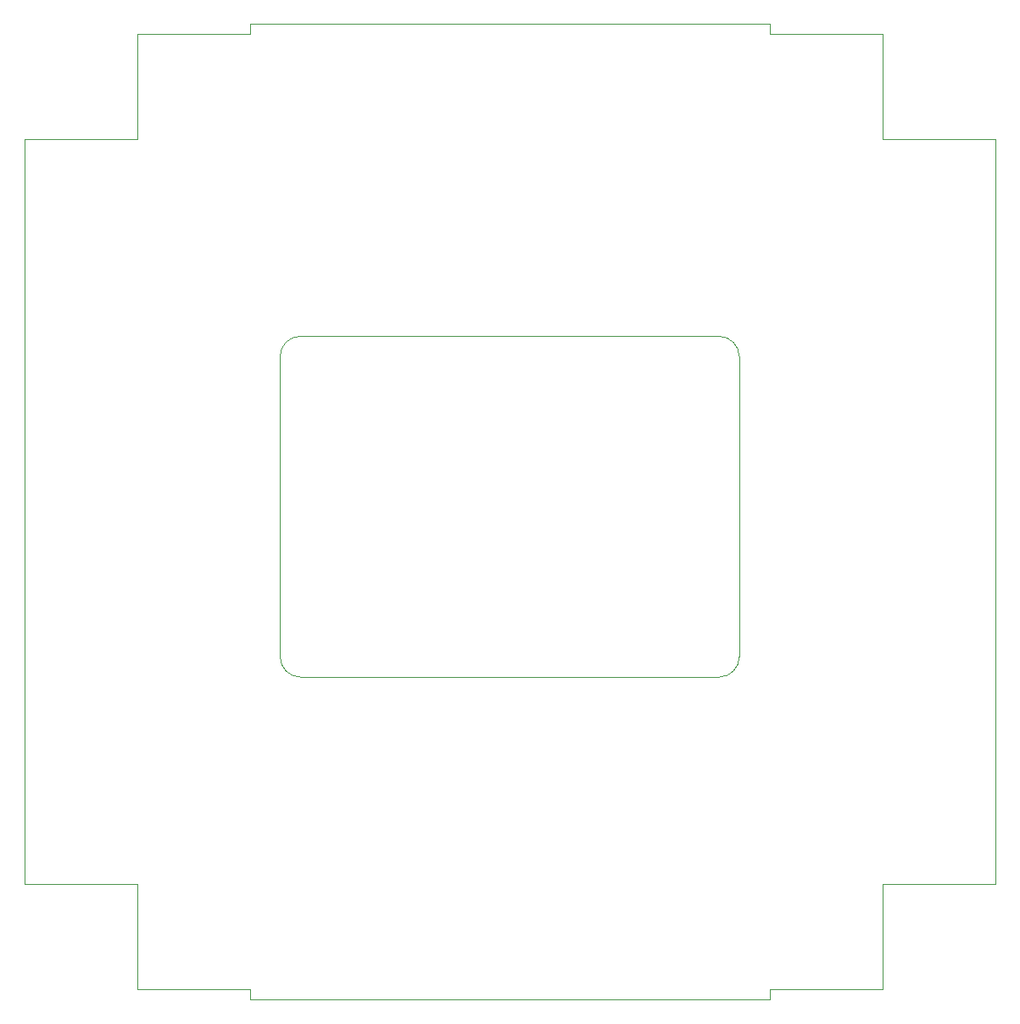
<source format=gm1>
%TF.GenerationSoftware,KiCad,Pcbnew,(6.0.5)*%
%TF.CreationDate,2023-01-23T16:42:54-08:00*%
%TF.ProjectId,Coil_Panels_Z,436f696c-5f50-4616-9e65-6c735f5a2e6b,rev?*%
%TF.SameCoordinates,Original*%
%TF.FileFunction,Profile,NP*%
%FSLAX46Y46*%
G04 Gerber Fmt 4.6, Leading zero omitted, Abs format (unit mm)*
G04 Created by KiCad (PCBNEW (6.0.5)) date 2023-01-23 16:42:54*
%MOMM*%
%LPD*%
G01*
G04 APERTURE LIST*
%TA.AperFunction,Profile*%
%ADD10C,0.100000*%
%TD*%
%TA.AperFunction,Profile*%
%ADD11C,0.050000*%
%TD*%
G04 APERTURE END LIST*
D10*
X154334519Y-109520000D02*
G75*
G03*
X156336800Y-107513205I-4519J2006795D01*
G01*
X156326795Y-77515481D02*
G75*
G03*
X154320000Y-75513200I-2006795J-4519D01*
G01*
X110490000Y-107507719D02*
G75*
G03*
X112496795Y-109510000I2006795J4519D01*
G01*
X112490000Y-75510000D02*
G75*
G03*
X110487719Y-77516795I4519J-2006795D01*
G01*
X154334519Y-109520000D02*
X112496795Y-109510000D01*
X112490000Y-75510000D02*
X154320000Y-75513200D01*
X110487719Y-77516795D02*
X110490000Y-107507719D01*
X156326795Y-77515481D02*
X156336800Y-107513205D01*
D11*
X96242000Y-140683200D02*
X96242000Y-130167600D01*
X159388000Y-140683200D02*
X159388000Y-141683200D01*
X181938000Y-55870000D02*
X170664000Y-55870000D01*
X84970000Y-55870000D02*
X84968000Y-130167600D01*
X107518000Y-45354400D02*
X107518000Y-44354400D01*
X107516000Y-140683200D02*
X96242000Y-140683200D01*
X159388000Y-141683200D02*
X107516000Y-141683200D01*
X170662000Y-140683200D02*
X159388000Y-140683200D01*
X181936000Y-130167600D02*
X181938000Y-55870000D01*
X170662000Y-140683200D02*
X170662000Y-130167600D01*
X96244000Y-55870000D02*
X96244000Y-45354400D01*
X107518000Y-45354400D02*
X96244000Y-45354400D01*
X107516000Y-141683200D02*
X107516000Y-140683200D01*
X96244000Y-55870000D02*
X84970000Y-55870000D01*
X170664000Y-55870000D02*
X170664000Y-45354400D01*
X96242000Y-130167600D02*
X84968000Y-130167600D01*
X181936000Y-130167600D02*
X170662000Y-130167600D01*
X159390000Y-44354400D02*
X107518000Y-44354400D01*
X159390000Y-44354400D02*
X159390000Y-45354400D01*
X170664000Y-45354400D02*
X159390000Y-45354400D01*
M02*

</source>
